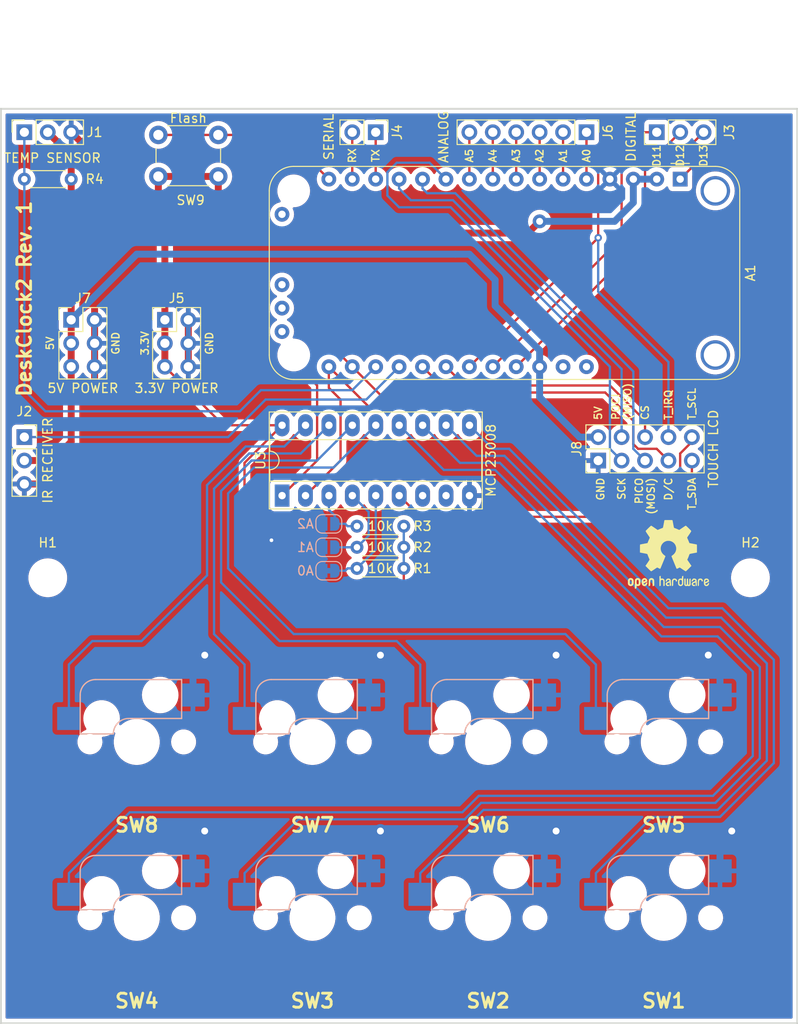
<source format=kicad_pcb>
(kicad_pcb (version 20211014) (generator pcbnew)
  (layers (0 "F.Cu" signal) (31 "B.Cu" signal) (34 "B.Paste" user) (35 "F.Paste" user) (36 "B.SilkS" user "B.Silkscreen") (37 "F.SilkS" user "F.Silkscreen") (38 "B.Mask" user) (39 "F.Mask" user) (44 "Edge.Cuts" user))
  (net 0 "")
  (net 1 "RESET")
  (net 2 "Net-(A1-Pad5)")
  (net 3 "GND")
  (net 4 "Net-(A1-Pad6)")
  (net 5 "SDA")
  (net 6 "SCL")
  (net 7 "Net-(A1-Pad7)")
  (net 8 "Net-(A1-Pad8)")
  (net 9 "Net-(A1-Pad9)")
  (net 10 "+5V")
  (net 12 "T_1WR")
  (net 13 "Net-(A1-Pad10)")
  (net 14 "Net-(A1-Pad14)")
  (net 15 "Net-(A1-Pad15)")
  (net 16 "Net-(SW1-Pad1)")
  (net 17 "Net-(SW2-Pad1)")
  (net 18 "Net-(SW3-Pad1)")
  (net 19 "Net-(SW4-Pad1)")
  (net 20 "Net-(SW5-Pad1)")
  (net 21 "Net-(SW6-Pad1)")
  (net 22 "Net-(SW7-Pad1)")
  (net 23 "Net-(SW8-Pad1)")
  (net 24 "IR_IO")
  (net 25 "+3.3V")
  (net 26 "Net-(A1-Pad24)")
  (net 27 "Net-(A1-Pad25)")
  (net 28 "LCD_SCK")
  (net 29 "LCD_PICO")
  (net 30 "LCD_POCI")
  (net 31 "Net-(JP1-Pad2)")
  (net 32 "Net-(A1-Pad16)")
  (net 33 "Net-(JP2-Pad2)")
  (net 34 "Net-(JP3-Pad2)")
  (net 35 "LCD_DC")
  (net 36 "LCD_CS")
  (net 40 "T_IRQ")
  (footprint "Connector_PinHeader_2.54mm:PinHeader_2x03_P2.54mm_Vertical" (layer "F.Cu") (at 81.28 66.04)
    (fp_text reference "J5")
    (fp_text value "3.3V POWER")
  )
  (footprint "Symbol:OSHW-Logo2_9.8x8mm_SilkScreen" (layer "F.Cu") (at 135.89 91.44)
    (fp_text reference "U1" hide)
    (fp_text value "Adfruit_LCD_Breakout_Touch" hide)
  )
  (footprint "Module:Adafruit_Feather_M0_RFM_WithMountingHoles" (layer "F.Cu") (at 137.16 50.8 -90)
    (fp_text reference "A1")
    (fp_text value "Adafruit_Feather_STM32F405_Express")
  )
  (footprint "Connector_PinSocket_2.54mm:PinSocket_1x03_P2.54mm_Vertical" (layer "F.Cu") (at 66.04 78.74)
    (fp_text reference "J2")
    (fp_text value "IR RECEIVER")
  )
  (footprint "Connector_PinHeader_2.54mm:PinHeader_1x03_P2.54mm_Vertical" (layer "F.Cu") (at 134.62 45.72 90)
    (fp_text reference "J3")
    (fp_text value "DIGITAL")
  )
  (footprint "Resistor_THT:R_Axial_DIN0204_L3.6mm_D1.6mm_P5.08mm_Horizontal" (layer "F.Cu") (at 66.04 50.8)
    (fp_text reference "R4")
    (fp_text value "4.7k")
  )
  (footprint "Button_Switch_THT:SW_PUSH_6mm" (layer "F.Cu") (at 80.57 46.01)
    (fp_text reference "SW9")
    (fp_text value "Flash")
  )
  (footprint "MountingHole:MountingHole_3.2mm_M3_DIN965" (layer "F.Cu") (at 68.58 93.98)
    (fp_text reference "H1")
    (fp_text value "MountingHole")
  )
  (footprint "Connector_PinHeader_2.54mm:PinHeader_2x03_P2.54mm_Vertical" (layer "F.Cu") (at 71.12 66.04)
    (fp_text reference "J7")
    (fp_text value "5V POWER")
  )
  (footprint "Connector_PinHeader_2.54mm:PinHeader_1x06_P2.54mm_Vertical" (layer "F.Cu") (at 127 45.72 -90)
    (fp_text reference "J6")
    (fp_text value "ANALOG")
  )
  (footprint "Connector_PinHeader_2.54mm:PinHeader_2x05_P2.54mm_Vertical" (layer "F.Cu") (at 128.27 81.285 90)
    (fp_text reference "J8")
    (fp_text value "TOUCH LCD")
  )
  (footprint "MountingHole:MountingHole_3.2mm_M3_DIN965" (layer "F.Cu") (at 144.78 93.98)
    (fp_text reference "H2")
    (fp_text value "MountingHole")
  )
  (footprint "Connector_PinHeader_2.54mm:PinHeader_1x02_P2.54mm_Vertical" (layer "F.Cu") (at 104.14 45.72 -90)
    (fp_text reference "J4")
    (fp_text value "SERIAL")
  )
  (footprint "Package_DIP:DIP-18_W7.62mm_Socket_LongPads" (layer "F.Cu") (at 93.99 85.08 90)
    (fp_text reference "U3")
    (fp_text value "MCP23008")
  )
  (footprint "Resistor_THT:R_Axial_DIN0204_L3.6mm_D1.6mm_P5.08mm_Horizontal" (layer "F.Cu") (at 107.188 88.392 180)
    (fp_text reference "R3")
    (fp_text value "10k")
  )
  (footprint "Connector_PinSocket_2.54mm:PinSocket_1x03_P2.54mm_Vertical" (layer "F.Cu") (at 66.04 45.72 90)
    (fp_text reference "J1")
    (fp_text value "TEMP SENSOR")
  )
  (footprint "Resistor_THT:R_Axial_DIN0204_L3.6mm_D1.6mm_P5.08mm_Horizontal" (layer "F.Cu") (at 107.188 92.964 180)
    (fp_text reference "R1")
    (fp_text value "10k")
  )
  (footprint "Resistor_THT:R_Axial_DIN0204_L3.6mm_D1.6mm_P5.08mm_Horizontal" (layer "F.Cu") (at 107.188 90.678 180)
    (fp_text reference "R2")
    (fp_text value "10k")
  )
  (footprint "Footprints:Kailh_MX_Socket" (layer "B.Cu") (at 135.382 111.76 180)
    (fp_text reference "SW5")
    (fp_text value "SW_Push")
  )
  (footprint "Footprints:Kailh_MX_Socket" (layer "B.Cu") (at 97.282 130.81 180)
    (fp_text reference "SW3")
    (fp_text value "SW_Push")
  )
  (footprint "Footprints:Kailh_MX_Socket" (layer "B.Cu") (at 78.232 111.76 180)
    (fp_text reference "SW8")
    (fp_text value "SW_Push")
  )
  (footprint "Footprints:Kailh_MX_Socket" (layer "B.Cu") (at 78.232 130.81 180)
    (fp_text reference "SW4")
    (fp_text value "SW_Push")
  )
  (footprint "Footprints:Kailh_MX_Socket" (layer "B.Cu") (at 116.332 130.81 180)
    (fp_text reference "SW2")
    (fp_text value "SW_Push")
  )
  (footprint "Jumper:SolderJumper-2_P1.3mm_Open_RoundedPad1.0x1.5mm" (layer "B.Cu") (at 99.06 90.678)
    (fp_text reference "JP2")
    (fp_text value "A1")
  )
  (footprint "Footprints:Kailh_MX_Socket" (layer "B.Cu") (at 135.382 130.81 180)
    (fp_text reference "SW1")
    (fp_text value "SW_Push")
  )
  (footprint "Footprints:Kailh_MX_Socket" (layer "B.Cu") (at 116.332 111.76 180)
    (fp_text reference "SW6")
    (fp_text value "SW_Push")
  )
  (footprint "Jumper:SolderJumper-2_P1.3mm_Bridged_RoundedPad1.0x1.5mm" (layer "B.Cu") (at 99.06 93.218)
    (fp_text reference "JP1")
    (fp_text value "A0")
  )
  (footprint "Jumper:SolderJumper-2_P1.3mm_Open_RoundedPad1.0x1.5mm" (layer "B.Cu") (at 99.06 88.138)
    (fp_text reference "JP3")
    (fp_text value "A2")
  )
  (footprint "Footprints:Kailh_MX_Socket" (layer "B.Cu") (at 97.282 111.76 180)
    (fp_text reference "SW7")
    (fp_text value "SW_Push")
  )
  (gr_rect (start 63.5 43.18) (end 149.86 142.24) (layer "Edge.Cuts") (width 0.2) (fill none))
  (gr_text "A5" (at 114.3 48.26 90) (layer "F.SilkS") (effects (font (size 0.8 0.8))))
  (gr_text "A2" (at 121.92 48.26 90) (layer "F.SilkS") (effects (font (size 0.8 0.8))))
  (gr_text "A4" (at 116.84 48.26 90) (layer "F.SilkS") (effects (font (size 0.8 0.8))))
  (gr_text "GND" (at 128.524 83.058 90) (layer "F.SilkS") (effects (font (size 0.8 0.8)) (justify right)))
  (gr_text "CS" (at 133.35 76.962 90) (layer "F.SilkS") (effects (font (size 0.8 0.8)) (justify left)))
  (gr_text "D/C" (at 135.89 83.058 90) (layer "F.SilkS") (effects (font (size 0.8 0.8)) (justify right)))
  (gr_text "TX" (at 104.14 48.26 90) (layer "F.SilkS") (effects (font (size 0.8 0.8))))
  (gr_text "SCK" (at 130.81 83.058 90) (layer "F.SilkS") (effects (font (size 0.8 0.8)) (justify right)))
  (gr_text "T_IRQ" (at 135.89 76.962 90) (layer "F.SilkS") (effects (font (size 0.8 0.8)) (justify left)))
  (gr_text "GND" (at 75.946 68.58 90) (layer "F.SilkS") (effects (font (size 0.8 0.8))))
  (gr_text "D13" (at 139.7 48.26 90) (layer "F.SilkS") (effects (font (size 0.8 0.8))))
  (gr_text "GND" (at 86.106 68.58 90) (layer "F.SilkS") (effects (font (size 0.8 0.8))))
  (gr_text "D11" (at 134.62 48.26 90) (layer "F.SilkS") (effects (font (size 0.8 0.8))))
  (gr_text "T_SCL" (at 138.43 76.962 90) (layer "F.SilkS") (effects (font (size 0.8 0.8)) (justify left)))
  (gr_text "DeskClock2 Rev. 1\n" (at 66.04 63.754 90) (layer "F.SilkS") (effects (font (size 1.5 1.5) (thickness 0.3))))
  (gr_text "5V" (at 128.27 76.962 90) (layer "F.SilkS") (effects (font (size 0.8 0.8)) (justify left)))
  (gr_text "POCI\n(MISO)" (at 130.81 76.962 90) (layer "F.SilkS") (effects (font (size 0.8 0.8)) (justify left)))
  (gr_text "A1" (at 124.46 48.26 90) (layer "F.SilkS") (effects (font (size 0.8 0.8))))
  (gr_text "PICO\n(MOSI)" (at 133.35 83.058 90) (layer "F.SilkS") (effects (font (size 0.8 0.8)) (justify right)))
  (gr_text "A3" (at 119.38 48.26 90) (layer "F.SilkS") (effects (font (size 0.8 0.8))))
  (gr_text "T_SDA" (at 138.43 83.058 90) (layer "F.SilkS") (effects (font (size 0.8 0.8)) (justify right)))
  (gr_text "5V" (at 68.834 68.58 90) (layer "F.SilkS") (effects (font (size 0.8 0.8))))
  (gr_text "D12" (at 137.16 48.26 90) (layer "F.SilkS") (effects (font (size 0.8 0.8))))
  (gr_text "A0" (at 127 48.26 90) (layer "F.SilkS") (effects (font (size 0.8 0.8))))
  (gr_text "RX" (at 101.6 48.26 90) (layer "F.SilkS") (effects (font (size 0.8 0.8))))
  (gr_text "3.3V" (at 79.121 68.58 90) (layer "F.SilkS") (effects (font (size 0.8 0.8))))
  (segment (start 108.986 87.376) (end 141.478 87.376) (width 0.25) (layer "F.Cu") (net 1))
  (segment (start 145.796 83.058) (end 145.796 51.562) (width 0.25) (layer "F.Cu") (net 1))
  (segment (start 139.192 48.768) (end 137.16 50.8) (width 0.25) (layer "F.Cu") (net 1))
  (segment (start 106.69 85.08) (end 108.986 87.376) (width 0.25) (layer "F.Cu") (net 1))
  (segment (start 143.002 48.768) (end 139.192 48.768) (width 0.25) (layer "F.Cu") (net 1))
  (segment (start 145.796 51.562) (end 143.002 48.768) (width 0.25) (layer "F.Cu") (net 1))
  (segment (start 141.478 87.376) (end 145.796 83.058) (width 0.25) (layer "F.Cu") (net 1))
  (segment (start 127 45.72) (end 127 50.8) (width 0.25) (layer "F.Cu") (net 2))
  (segment (start 73.66 66.04) (end 73.66 68.58) (width 0.75) (layer "F.Cu") (net 3))
  (segment (start 83.82 68.58) (end 83.82 71.12) (width 0.75) (layer "F.Cu") (net 3))
  (segment (start 73.66 68.58) (end 73.66 71.12) (width 0.75) (layer "F.Cu") (net 3))
  (segment (start 83.82 66.04) (end 83.82 68.58) (width 0.75) (layer "F.Cu") (net 3))
  (segment (start 70.358 83.82) (end 73.66 80.518) (width 0.75) (layer "F.Cu") (net 3))
  (segment (start 73.66 48.26) (end 73.66 66.04) (width 0.75) (layer "F.Cu") (net 3))
  (segment (start 66.04 83.82) (end 70.358 83.82) (width 0.75) (layer "F.Cu") (net 3))
  (segment (start 71.12 45.72) (end 73.66 48.26) (width 0.75) (layer "F.Cu") (net 3))
  (segment (start 73.66 80.518) (end 73.66 71.12) (width 0.75) (layer "F.Cu") (net 3))
  (via (at 123.704 102.362) (size 1.5) (drill 0.75) (layers "F.Cu" "B.Cu") (net 3))
  (via (at 123.704 121.412) (size 1.5) (drill 0.75) (layers "F.Cu" "B.Cu") (net 3))
  (via (at 85.604 102.362) (size 1.5) (drill 0.75) (layers "F.Cu" "B.Cu") (net 3))
  (via (at 104.654 102.362) (size 1.5) (drill 0.75) (layers "F.Cu" "B.Cu") (net 3))
  (via (at 140.208 102.356) (size 1.5) (drill 0.75) (layers "F.Cu" "B.Cu") (net 3))
  (via (at 142.754 121.412) (size 1.5) (drill 0.75) (layers "F.Cu" "B.Cu") (net 3))
  (via (at 85.598 121.412) (size 1.5) (drill 0.75) (layers "F.Cu" "B.Cu") (net 3))
  (via (at 104.654 121.412) (size 1.5) (drill 0.75) (layers "F.Cu" "B.Cu") (net 3))
  (via (at 92.837 89.916) (size 0.8) (drill 0.4) (layers "F.Cu" "B.Cu") (net 3))
  (segment (start 98.41 93.218) (end 98.41 90.678) (width 0.25) (layer "B.Cu") (net 3))
  (segment (start 122.428 106.68) (end 122.428 103.638) (width 0.75) (layer "B.Cu") (net 3))
  (segment (start 122.428 103.638) (end 123.704 102.362) (width 0.75) (layer "B.Cu") (net 3))
  (segment (start 141.478 122.688) (end 142.754 121.412) (width 0.75) (layer "B.Cu") (net 3))
  (segment (start 141.478 125.73) (end 141.478 122.688) (width 0.75) (layer "B.Cu") (net 3))
  (segment (start 122.428 125.73) (end 122.428 122.688) (width 0.75) (layer "B.Cu") (net 3))
  (segment (start 140.208 102.356) (end 141.478 103.626) (width 0.75) (layer "B.Cu") (net 3))
  (segment (start 103.378 106.68) (end 103.378 103.638) (width 0.75) (layer "B.Cu") (net 3))
  (segment (start 84.322 125.73) (end 84.322 122.688) (width 0.75) (layer "B.Cu") (net 3))
  (segment (start 84.322 122.688) (end 85.598 121.412) (width 0.75) (layer "B.Cu") (net 3))
  (segment (start 141.478 103.626) (end 141.478 106.674) (width 0.75) (layer "B.Cu") (net 3))
  (segment (start 103.378 122.688) (end 104.654 121.412) (width 0.75) (layer "B.Cu") (net 3))
  (segment (start 84.328 106.68) (end 84.328 103.638) (width 0.75) (layer "B.Cu") (net 3))
  (segment (start 122.428 122.688) (end 123.704 121.412) (width 0.75) (layer "B.Cu") (net 3))
  (segment (start 103.378 125.73) (end 103.378 122.688) (width 0.75) (layer "B.Cu") (net 3))
  (segment (start 84.328 103.638) (end 85.604 102.362) (width 0.75) (layer "B.Cu") (net 3))
  (segment (start 103.378 103.638) (end 104.654 102.362) (width 0.75) (layer "B.Cu") (net 3))
  (segment (start 98.41 90.678) (end 98.41 88.138) (width 0.25) (layer "B.Cu") (net 3))
  (segment (start 124.46 45.72) (end 124.46 50.8) (width 0.25) (layer "F.Cu") (net 4))
  (segment (start 96.53 85.08) (end 100.33 81.28) (width 0.25) (layer "F.Cu") (net 5))
  (segment (start 138.43 82.582099) (end 138.43 81.285) (width 0.25) (layer "F.Cu") (net 5))
  (segment (start 99.06 73.406) (end 99.06 71.12) (width 0.25) (layer "F.Cu") (net 5))
  (segment (start 103.378 75.438) (end 117.856 75.438) (width 0.25) (layer "F.Cu") (net 5))
  (segment (start 100.33 81.28) (end 100.33 74.676) (width 0.25) (layer "F.Cu") (net 5))
  (segment (start 136.684099 84.328) (end 138.43 82.582099) (width 0.25) (layer "F.Cu") (net 5))
  (segment (start 117.856 75.438) (end 126.746 84.328) (width 0.25) (layer "F.Cu") (net 5))
  (segment (start 100.33 74.676) (end 99.06 73.406) (width 0.25) (layer "F.Cu") (net 5))
  (segment (start 99.06 71.12) (end 103.378 75.438) (width 0.25) (layer "F.Cu") (net 5))
  (segment (start 126.746 84.328) (end 136.684099 84.328) (width 0.25) (layer "F.Cu") (net 5))
  (segment (start 137.16 80.518) (end 137.16 82.804) (width 0.25) (layer "F.Cu") (net 6))
  (segment (start 138.43 78.745) (end 138.43 79.248) (width 0.25) (layer "F.Cu") (net 6))
  (segment (start 138.43 79.248) (end 137.16 80.518) (width 0.25) (layer "F.Cu") (net 6))
  (segment (start 127 83.566) (end 118.11 74.676) (width 0.25) (layer "F.Cu") (net 6))
  (segment (start 98.298 69.342) (end 99.822 69.342) (width 0.25) (layer "F.Cu") (net 6))
  (segment (start 97.282 72.644) (end 97.282 70.358) (width 0.25) (layer "F.Cu") (net 6))
  (segment (start 105.156 74.676) (end 101.6 71.12) (width 0.25) (layer "F.Cu") (net 6))
  (segment (start 137.16 82.804) (end 136.398 83.566) (width 0.25) (layer "F.Cu") (net 6))
  (segment (start 97.79 73.152) (end 97.282 72.644) (width 0.25) (layer "F.Cu") (net 6))
  (segment (start 97.282 70.358) (end 98.298 69.342) (width 0.25) (layer "F.Cu") (net 6))
  (segment (start 97.79 81.28) (end 97.79 73.152) (width 0.25) (layer "F.Cu") (net 6))
  (segment (start 93.99 85.08) (end 97.79 81.28) (width 0.25) (layer "F.Cu") (net 6))
  (segment (start 99.822 69.342) (end 101.6 71.12) (width 0.25) (layer "F.Cu") (net 6))
  (segment (start 118.11 74.676) (end 105.156 74.676) (width 0.25) (layer "F.Cu") (net 6))
  (segment (start 136.398 83.566) (end 127 83.566) (width 0.25) (layer "F.Cu") (net 6))
  (segment (start 121.92 45.72) (end 121.92 50.8) (width 0.25) (layer "F.Cu") (net 7))
  (segment (start 119.38 45.72) (end 119.38 50.8) (width 0.25) (layer "F.Cu") (net 8))
  (segment (start 116.84 45.72) (end 116.84 50.8) (width 0.25) (layer "F.Cu") (net 9))
  (segment (start 71.12 68.58) (end 71.12 71.12) (width 0.75) (layer "F.Cu") (net 10))
  (segment (start 71.12 66.04) (end 71.12 50.8) (width 0.75) (layer "F.Cu") (net 10))
  (segment (start 71.12 79.248) (end 71.12 71.12) (width 0.75) (layer "F.Cu") (net 10))
  (segment (start 71.12 50.8) (end 71.12 48.26) (width 0.75) (layer "F.Cu") (net 10))
  (segment (start 71.12 66.04) (end 71.12 68.58) (width 0.75) (layer "F.Cu") (net 10))
  (segment (start 66.04 81.28) (end 69.088 81.28) (width 0.75) (layer "F.Cu") (net 10))
  (segment (start 71.12 48.26) (end 68.58 45.72) (width 0.75) (layer "F.Cu") (net 10))
  (segment (start 69.088 81.28) (end 71.12 79.248) (width 0.75) (layer "F.Cu") (net 10))
  (segment (start 121.92 74.422) (end 126.243 78.745) (width 0.75) (layer "B.Cu") (net 10))
  (segment (start 121.92 71.12) (end 121.92 74.422) (width 0.75) (layer "B.Cu") (net 10))
  (segment (start 112.776 58.928) (end 114.3 58.928) (width 0.75) (layer "B.Cu") (net 10))
  (segment (start 112.776 58.928) (end 78.232 58.928) (width 0.75) (layer "B.Cu") (net 10))
  (segment (start 117.094 64.516) (end 121.92 69.342) (width 0.75) (layer "B.Cu") (net 10))
  (segment (start 117.094 61.722) (end 117.094 64.516) (width 0.75) (layer "B.Cu") (net 10))
  (segment (start 78.232 58.928) (end 71.12 66.04) (width 0.75) (layer "B.Cu") (net 10))
  (segment (start 126.243 78.745) (end 128.27 78.745) (width 0.75) (layer "B.Cu") (net 10))
  (segment (start 121.92 69.342) (end 121.92 71.12) (width 0.75) (layer "B.Cu") (net 10))
  (segment (start 114.3 58.928) (end 117.094 61.722) (width 0.75) (layer "B.Cu") (net 10))
  (segment (start 68.326 75.946) (end 89.408 75.946) (width 0.25) (layer "B.Cu") (net 12))
  (segment (start 66.04 50.8) (end 66.04 73.66) (width 0.25) (layer "B.Cu") (net 12))
  (segment (start 89.408 75.946) (end 91.694 73.66) (width 0.25) (layer "B.Cu") (net 12))
  (segment (start 101.6 73.66) (end 104.14 71.12) (width 0.25) (layer "B.Cu") (net 12))
  (segment (start 66.04 50.8) (end 66.04 45.72) (width 0.25) (layer "B.Cu") (net 12))
  (segment (start 66.04 73.66) (end 68.326 75.946) (width 0.25) (layer "B.Cu") (net 12))
  (segment (start 91.694 73.66) (end 101.6 73.66) (width 0.25) (layer "B.Cu") (net 12))
  (segment (start 114.3 45.72) (end 114.3 50.8) (width 0.25) (layer "F.Cu") (net 13))
  (segment (start 104.14 45.72) (end 104.14 50.8) (width 0.25) (layer "F.Cu") (net 14))
  (segment (start 101.6 45.72) (end 101.6 50.8) (width 0.25) (layer "F.Cu") (net 15))
  (segment (start 114.31 77.48) (end 114.31 77.46) (width 0.25) (layer "B.Cu") (net 16))
  (segment (start 135.89 97.282) (end 118.618 80.01) (width 0.25) (layer "B.Cu") (net 16))
  (segment (start 118.618 80.01) (end 116.84 80.01) (width 0.25) (layer "B.Cu") (net 16))
  (segment (start 116.84 80.01) (end 114.31 77.48) (width 0.25) (layer "B.Cu") (net 16))
  (segment (start 128.022 125.978) (end 134.112 119.888) (width 0.25) (layer "B.Cu") (net 16))
  (segment (start 141.732 97.282) (end 135.89 97.282) (width 0.25) (layer "B.Cu") (net 16))
  (segment (start 134.112 119.888) (end 141.478 119.888) (width 0.25) (layer "B.Cu") (net 16))
  (segment (start 128.022 128.27) (end 128.022 125.978) (width 0.25) (layer "B.Cu") (net 16))
  (segment (start 147.32 114.046) (end 147.32 102.87) (width 0.25) (layer "B.Cu") (net 16))
  (segment (start 141.478 119.888) (end 147.32 114.046) (width 0.25) (layer "B.Cu") (net 16))
  (segment (start 147.32 102.87) (end 141.732 97.282) (width 0.25) (layer "B.Cu") (net 16))
  (segment (start 146.558 113.792) (end 146.558 103.251) (width 0.25) (layer "B.Cu") (net 17))
  (segment (start 108.972 128.27) (end 108.972 125.978) (width 0.25) (layer "B.Cu") (net 17))
  (segment (start 115.824 119.126) (end 141.224 119.126) (width 0.25) (layer "B.Cu") (net 17))
  (segment (start 141.224 119.126) (end 146.558 113.792) (width 0.25) (layer "B.Cu") (net 17))
  (segment (start 118.11 80.772) (end 115.082 80.772) (width 0.25) (layer "B.Cu") (net 17))
  (segment (start 108.972 125.978) (end 115.824 119.126) (width 0.25) (layer "B.Cu") (net 17))
  (segment (start 146.558 103.251) (end 141.605 98.298) (width 0.25) (layer "B.Cu") (net 17))
  (segment (start 141.605 98.298) (end 135.636 98.298) (width 0.25) (layer "B.Cu") (net 17))
  (segment (start 115.082 80.772) (end 111.77 77.46) (width 0.25) (layer "B.Cu") (net 17))
  (segment (start 135.636 98.298) (end 118.11 80.772) (width 0.25) (layer "B.Cu") (net 17))
  (segment (start 145.796 113.538) (end 145.796 103.632) (width 0.25) (layer "B.Cu") (net 18))
  (segment (start 113.792 120.142) (end 115.57 118.364) (width 0.25) (layer "B.Cu") (net 18))
  (segment (start 117.602 81.534) (end 113.284 81.534) (width 0.25) (layer "B.Cu") (net 18))
  (segment (start 141.478 99.314) (end 135.382 99.314) (width 0.25) (layer "B.Cu") (net 18))
  (segment (start 89.922 128.27) (end 89.922 125.978) (width 0.25) (layer "B.Cu") (net 18))
  (segment (start 109.23 77.48) (end 109.23 77.46) (width 0.25) (layer "B.Cu") (net 18))
  (segment (start 113.284 81.534) (end 109.23 77.48) (width 0.25) (layer "B.Cu") (net 18))
  (segment (start 145.796 103.632) (end 141.478 99.314) (width 0.25) (layer "B.Cu") (net 18))
  (segment (start 135.382 99.314) (end 117.602 81.534) (width 0.25) (layer "B.Cu") (net 18))
  (segment (start 115.57 118.364) (end 140.97 118.364) (width 0.25) (layer "B.Cu") (net 18))
  (segment (start 89.922 125.978) (end 95.758 120.142) (width 0.25) (layer "B.Cu") (net 18))
  (segment (start 95.758 120.142) (end 113.792 120.142) (width 0.25) (layer "B.Cu") (net 18))
  (segment (start 140.97 118.364) (end 145.796 113.538) (width 0.25) (layer "B.Cu") (net 18))
  (segment (start 141.224 100.33) (end 135.128 100.33) (width 0.25) (layer "B.Cu") (net 19))
  (segment (start 135.128 100.33) (end 117.094 82.296) (width 0.25) (layer "B.Cu") (net 19))
  (segment (start 117.094 82.296) (end 111.526 82.296) (width 0.25) (layer "B.Cu") (net 19))
  (segment (start 111.526 82.296) (end 106.69 77.46) (width 0.25) (layer "B.Cu") (net 19))
  (segment (start 77.47 119.38) (end 113.538 119.38) (width 0.25) (layer "B.Cu") (net 19))
  (segment (start 145.034 104.14) (end 141.224 100.33) (width 0.25) (layer "B.Cu") (net 19))
  (segment (start 113.538 119.38) (end 115.316 117.602) (width 0.25) (layer "B.Cu") (net 19))
  (segment (start 70.872 125.978) (end 77.47 119.38) (width 0.25) (layer "B.Cu") (net 19))
  (segment (start 145.034 113.284) (end 145.034 104.14) (width 0.25) (layer "B.Cu") (net 19))
  (segment (start 70.872 128.27) (end 70.872 125.978) (width 0.25) (layer "B.Cu") (net 19))
  (segment (start 115.316 117.602) (end 140.716 117.602) (width 0.25) (layer "B.Cu") (net 19))
  (segment (start 140.716 117.602) (end 145.034 113.284) (width 0.25) (layer "B.Cu") (net 19))
  (segment (start 128.022 109.22) (end 128.022 103.384) (width 0.25) (layer "B.Cu") (net 20))
  (segment (start 90.932 82.042) (end 99.568 82.042) (width 0.25) (layer "B.Cu") (net 20))
  (segment (start 88.138 92.964) (end 88.138 84.836) (width 0.25) (layer "B.Cu") (net 20))
  (segment (start 88.138 84.836) (end 90.932 82.042) (width 0.25) (layer "B.Cu") (net 20))
  (segment (start 124.714 100.076) (end 95.25 100.076) (width 0.25) (layer "B.Cu") (net 20))
  (segment (start 95.25 100.076) (end 88.138 92.964) (width 0.25) (layer "B.Cu") (net 20))
  (segment (start 99.568 82.042) (end 104.15 77.46) (width 0.25) (layer "B.Cu") (net 20))
  (segment (start 128.022 103.384) (end 124.714 100.076) (width 0.25) (layer "B.Cu") (net 20))
  (segment (start 87.376 84.582) (end 90.678 81.28) (width 0.25) (layer "B.Cu") (net 21))
  (segment (start 106.426 100.838) (end 93.726 100.838) (width 0.25) (layer "B.Cu") (net 21))
  (segment (start 90.678 81.28) (end 97.79 81.28) (width 0.25) (layer "B.Cu") (net 21))
  (segment (start 87.376 94.488) (end 87.376 84.582) (width 0.25) (layer "B.Cu") (net 21))
  (segment (start 97.79 81.28) (end 101.61 77.46) (width 0.25) (layer "B.Cu") (net 21))
  (segment (start 108.972 109.22) (end 108.972 103.384) (width 0.25) (layer "B.Cu") (net 21))
  (segment (start 93.726 100.838) (end 87.376 94.488) (width 0.25) (layer "B.Cu") (net 21))
  (segment (start 108.972 103.384) (end 106.426 100.838) (width 0.25) (layer "B.Cu") (net 21))
  (segment (start 90.424 80.518) (end 96.012 80.518) (width 0.25) (layer "B.Cu") (net 22))
  (segment (start 86.614 100.076) (end 86.614 84.328) (width 0.25) (layer "B.Cu") (net 22))
  (segment (start 89.922 109.22) (end 89.922 103.384) (width 0.25) (layer "B.Cu") (net 22))
  (segment (start 96.012 80.518) (end 99.07 77.46) (width 0.25) (layer "B.Cu") (net 22))
  (segment (start 89.922 103.384) (end 86.614 100.076) (width 0.25) (layer "B.Cu") (net 22))
  (segment (start 86.614 84.328) (end 90.424 80.518) (width 0.25) (layer "B.Cu") (net 22))
  (segment (start 70.872 109.22) (end 70.872 103.372) (width 0.25) (layer "B.Cu") (net 23))
  (segment (start 73.406 100.838) (end 78.74 100.838) (width 0.25) (layer "B.Cu") (net 23))
  (segment (start 70.872 103.372) (end 73.406 100.838) (width 0.25) (layer "B.Cu") (net 23))
  (segment (start 78.74 100.838) (end 85.852 93.726) (width 0.25) (layer "B.Cu") (net 23))
  (segment (start 85.852 83.947) (end 90.043 79.756) (width 0.25) (layer "B.Cu") (net 23))
  (segment (start 94.234 79.756) (end 96.53 77.46) (width 0.25) (layer "B.Cu") (net 23))
  (segment (start 90.043 79.756) (end 94.234 79.756) (width 0.25) (layer "B.Cu") (net 23))
  (segment (start 85.852 93.726) (end 85.852 83.947) (width 0.25) (layer "B.Cu") (net 23))
  (segment (start 103.124 74.676) (end 92.202 74.676) (width 0.25) (layer "B.Cu") (net 24))
  (segment (start 92.202 74.676) (end 88.138 78.74) (width 0.25) (layer "B.Cu") (net 24))
  (segment (start 106.68 71.12) (end 103.124 74.676) (width 0.25) (layer "B.Cu") (net 24))
  (segment (start 88.138 78.74) (end 66.04 78.74) (width 0.25) (layer "B.Cu") (net 24))
  (segment (start 87.62 77.46) (end 81.28 71.12) (width 0.25) (layer "F.Cu") (net 25))
  (segment (start 89.916 92.202) (end 89.916 81.534) (width 0.25) (layer "F.Cu") (net 25))
  (segment (start 93.99 77.46) (end 87.62 77.46) (width 0.25) (layer "F.Cu") (net 25))
  (segment (start 88.9 56.642) (end 87.07 54.812) (width 0.75) (layer "F.Cu") (net 25))
  (segment (start 87.07 54.812) (end 87.07 50.51) (width 0.75) (layer "F.Cu") (net 25))
  (segment (start 107.188 92.964) (end 107.188 94.488) (width 0.25) (layer "F.Cu") (net 25))
  (segment (start 81.28 68.58) (end 81.28 71.12) (width 0.75) (layer "F.Cu") (net 25))
  (segment (start 121.92 55.372) (end 120.65 56.642) (width 0.75) (layer "F.Cu") (net 25))
  (segment (start 81.28 66.04) (end 81.28 68.58) (width 0.75) (layer "F.Cu") (net 25))
  (segment (start 81.28 55.372) (end 80.57 54.662) (width 0.75) (layer "F.Cu") (net 25))
  (segment (start 80.57 54.662) (end 80.57 50.51) (width 0.75) (layer "F.Cu") (net 25))
  (segment (start 89.916 81.534) (end 93.99 77.46) (width 0.25) (layer "F.Cu") (net 25))
  (segment (start 81.28 66.04) (end 81.28 55.372) (width 0.75) (layer "F.Cu") (net 25))
  (segment (start 107.188 94.488) (end 104.902 96.774) (width 0.25) (layer "F.Cu") (net 25))
  (segment (start 80.57 50.51) (end 87.07 50.51) (width 0.75) (layer "F.Cu") (net 25))
  (segment (start 120.65 56.642) (end 88.9 56.642) (width 0.75) (layer "F.Cu") (net 25))
  (segment (start 104.902 96.774) (end 94.488 96.774) (width 0.25) (layer "F.Cu") (net 25))
  (segment (start 94.488 96.774) (end 89.916 92.202) (width 0.25) (layer "F.Cu") (net 25))
  (via (at 121.92 55.372) (size 1.5) (drill 0.75) (layers "F.Cu" "B.Cu") (net 25))
  (segment (start 132.08 53.34) (end 130.048 55.372) (width 0.75) (layer "B.Cu") (net 25))
  (segment (start 132.08 50.8) (end 134.62 50.8) (width 0.75) (layer "B.Cu") (net 25))
  (segment (start 132.08 50.8) (end 132.08 53.34) (width 0.75) (layer "B.Cu") (net 25))
  (segment (start 130.048 55.372) (end 121.92 55.372) (width 0.75) (layer "B.Cu") (net 25))
  (segment (start 107.188 88.392) (end 107.188 90.678) (width 0.25) (layer "B.Cu") (net 25))
  (segment (start 107.188 90.678) (end 107.188 92.964) (width 0.25) (layer "B.Cu") (net 25))
  (segment (start 130.81 49.53) (end 130.81 57.15) (width 0.25) (layer "F.Cu") (net 26))
  (segment (start 137.16 45.72) (end 135.382 47.498) (width 0.25) (layer "F.Cu") (net 26))
  (segment (start 135.382 47.498) (end 132.842 47.498) (width 0.25) (layer "F.Cu") (net 26))
  (segment (start 132.842 47.498) (end 130.81 49.53) (width 0.25) (layer "F.Cu") (net 26))
  (segment (start 130.81 57.15) (end 116.84 71.12) (width 0.25) (layer "F.Cu") (net 26))
  (segment (start 137.16 48.26) (end 134.62 48.26) (width 0.25) (layer "F.Cu") (net 27))
  (segment (start 133.35 49.53) (end 133.35 57.15) (width 0.25) (layer "F.Cu") (net 27))
  (segment (start 134.62 48.26) (end 133.35 49.53) (width 0.25) (layer "F.Cu") (net 27))
  (segment (start 133.35 57.15) (end 119.38 71.12) (width 0.25) (layer "F.Cu") (net 27))
  (segment (start 139.7 45.72) (end 137.16 48.26) (width 0.25) (layer "F.Cu") (net 27))
  (segment (start 129.54 71.12) (end 129.54 80.015) (width 0.25) (layer "B.Cu") (net 28))
  (segment (start 129.54 80.015) (end 130.81 81.285) (width 0.25) (layer "B.Cu") (net 28))
  (segment (start 112.268 53.848) (end 129.54 71.12) (width 0.25) (layer "B.Cu") (net 28))
  (segment (start 111.76 50.8) (end 109.982 49.022) (width 0.25) (layer "B.Cu") (net 28))
  (segment (start 105.41 52.578) (end 106.68 53.848) (width 0.25) (layer "B.Cu") (net 28))
  (segment (start 109.982 49.022) (end 106.426 49.022) (width 0.25) (layer "B.Cu") (net 28))
  (segment (start 105.41 50.038) (end 105.41 52.578) (width 0.25) (layer "B.Cu") (net 28))
  (segment (start 106.426 49.022) (end 105.41 50.038) (width 0.25) (layer "B.Cu") (net 28))
  (segment (start 106.68 53.848) (end 112.268 53.848) (width 0.25) (layer "B.Cu") (net 28))
  (segment (start 132.08 80.015) (end 133.35 81.285) (width 0.25) (layer "B.Cu") (net 29))
  (segment (start 109.22 50.8) (end 109.22 51.816) (width 0.25) (layer "B.Cu") (net 29))
  (segment (start 109.728 52.324) (end 112.776 52.324) (width 0.25) (layer "B.Cu") (net 29))
  (segment (start 132.08 71.628) (end 132.08 80.015) (width 0.25) (layer "B.Cu") (net 29))
  (segment (start 112.776 52.324) (end 132.08 71.628) (width 0.25) (layer "B.Cu") (net 29))
  (segment (start 109.22 51.816) (end 109.728 52.324) (width 0.25) (layer "B.Cu") (net 29))
  (segment (start 106.68 51.816) (end 106.68 50.8) (width 0.25) (layer "B.Cu") (net 30))
  (segment (start 107.95 53.086) (end 106.68 51.816) (width 0.25) (layer "B.Cu") (net 30))
  (segment (start 130.81 71.374) (end 112.522 53.086) (width 0.25) (layer "B.Cu") (net 30))
  (segment (start 130.81 78.745) (end 130.81 71.374) (width 0.25) (layer "B.Cu") (net 30))
  (segment (start 112.522 53.086) (end 107.95 53.086) (width 0.25) (layer "B.Cu") (net 30))
  (segment (start 104.15 90.922) (end 104.15 85.08) (width 0.25) (layer "B.Cu") (net 31))
  (segment (start 99.71 93.218) (end 100.838 93.218) (width 0.25) (layer "B.Cu") (net 31))
  (segment (start 101.092 92.964) (end 102.108 92.964) (width 0.25) (layer "B.Cu") (net 31))
  (segment (start 100.838 93.218) (end 101.092 92.964) (width 0.25) (layer "B.Cu") (net 31))
  (segment (start 102.108 92.964) (end 104.15 90.922) (width 0.25) (layer "B.Cu") (net 31))
  (segment (start 80.57 46.01) (end 87.07 46.01) (width 0.25) (layer "F.Cu") (net 32))
  (segment (start 94.27 46.01) (end 99.06 50.8) (width 0.25) (layer "F.Cu") (net 32))
  (segment (start 87.07 46.01) (end 94.27 46.01) (width 0.25) (layer "F.Cu") (net 32))
  (segment (start 103.378 86.848) (end 101.61 85.08) (width 0.25) (layer "B.Cu") (net 33))
  (segment (start 103.378 89.408) (end 103.378 86.848) (width 0.25) (layer "B.Cu") (net 33))
  (segment (start 99.71 90.678) (end 102.108 90.678) (width 0.25) (layer "B.Cu") (net 33))
  (segment (start 102.108 90.678) (end 103.378 89.408) (width 0.25) (layer "B.Cu") (net 33))
  (segment (start 101.092 88.392) (end 102.108 88.392) (width 0.25) (layer "B.Cu") (net 34))
  (segment (start 99.71 87.264) (end 99.07 86.624) (width 0.25) (layer "B.Cu") (net 34))
  (segment (start 100.838 88.138) (end 101.092 88.392) (width 0.25) (layer "B.Cu") (net 34))
  (segment (start 100.838 88.138) (end 99.71 88.138) (width 0.25) (layer "B.Cu") (net 34))
  (segment (start 99.71 88.138) (end 99.71 87.264) (width 0.25) (layer "B.Cu") (net 34))
  (segment (start 99.07 86.624) (end 99.07 85.08) (width 0.25) (layer "B.Cu") (net 34))
  (segment (start 112.014 73.914) (end 129.032 73.914) (width 0.25) (layer "F.Cu") (net 35))
  (segment (start 132.08 79.502) (end 132.588 80.01) (width 0.25) (layer "F.Cu") (net 35))
  (segment (start 134.615 80.01) (end 135.89 81.285) (width 0.25) (layer "F.Cu") (net 35))
  (segment (start 129.032 73.914) (end 132.08 76.962) (width 0.25) (layer "F.Cu") (net 35))
  (segment (start 132.08 76.962) (end 132.08 79.502) (width 0.25) (layer "F.Cu") (net 35))
  (segment (start 109.22 71.12) (end 112.014 73.914) (width 0.25) (layer "F.Cu") (net 35))
  (segment (start 132.588 80.01) (end 134.615 80.01) (width 0.25) (layer "F.Cu") (net 35))
  (segment (start 129.54 73.152) (end 133.35 76.962) (width 0.25) (layer "F.Cu") (net 36))
  (segment (start 113.792 73.152) (end 129.54 73.152) (width 0.25) (layer "F.Cu") (net 36))
  (segment (start 111.76 71.12) (end 113.792 73.152) (width 0.25) (layer "F.Cu") (net 36))
  (segment (start 133.35 76.962) (end 133.35 78.745) (width 0.25) (layer "F.Cu") (net 36))
  (segment (start 128.27 57.15) (end 114.3 71.12) (width 0.25) (layer "F.Cu") (net 40))
  (segment (start 128.27 49.53) (end 128.27 57.15) (width 0.25) (layer "F.Cu") (net 40))
  (segment (start 132.08 45.72) (end 128.27 49.53) (width 0.25) (layer "F.Cu") (net 40))
  (segment (start 134.62 45.72) (end 132.08 45.72) (width 0.25) (layer "F.Cu") (net 40))
  (via (at 128.27 57.15) (size 0.8) (drill 0.4) (layers "F.Cu" "B.Cu") (net 40))
  (segment (start 128.27 62.992) (end 135.89 70.612) (width 0.25) (layer "B.Cu") (net 40))
  (segment (start 128.27 57.15) (end 128.27 62.992) (width 0.25) (layer "B.Cu") (net 40))
  (segment (start 135.89 70.612) (end 135.89 78.745) (width 0.25) (layer "B.Cu") (net 40))
  (zone (net 3) (net_name "GND") (layer "F.Cu") (connect_pads (clearance 0.508)) (min_thickness 0.254) (fill yes (thermal_gap 0.508) (thermal_bridge_width 0.508))
    (polygon (pts (xy 149.86 142.24) (xy 63.5 142.24) (xy 63.5 43.18) (xy 149.86 43.18)))
  )
  (zone (net 3) (net_name "GND") (layer "B.Cu") (connect_pads (clearance 0.508)) (min_thickness 0.254) (fill yes (thermal_gap 0.508) (thermal_bridge_width 0.508))
    (polygon (pts (xy 149.86 142.24) (xy 63.5 142.24) (xy 63.5 43.18) (xy 149.86 43.18)))
  )
)
</source>
